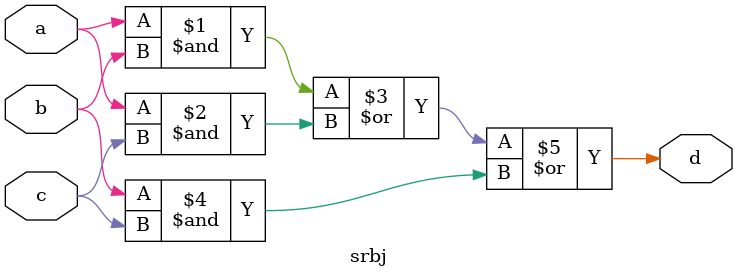
<source format=v>
`timescale 1ns / 1ps


module srbj( input a,
 input b,
 input c,
 output d
  );
   assign d=a&b|a&c|b&c;
  
endmodule

</source>
